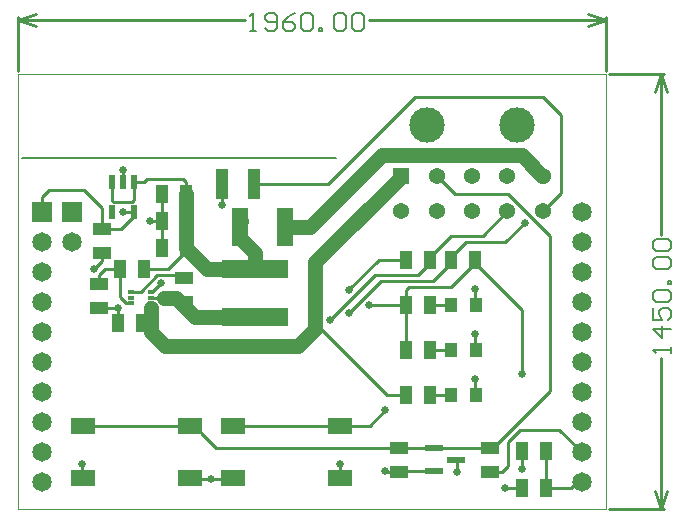
<source format=gtl>
G04*
G04 #@! TF.GenerationSoftware,Altium Limited,Altium Designer,22.1.2 (22)*
G04*
G04 Layer_Physical_Order=1*
G04 Layer_Color=255*
%FSLAX24Y24*%
%MOIN*%
G70*
G04*
G04 #@! TF.SameCoordinates,69551EEB-C68B-4B17-9CB5-8D0B25672B83*
G04*
G04*
G04 #@! TF.FilePolarity,Positive*
G04*
G01*
G75*
%ADD12C,0.0079*%
%ADD14C,0.0100*%
%ADD16C,0.0000*%
%ADD17C,0.0060*%
%ADD34R,0.0194X0.0118*%
%ADD35R,0.0217X0.0472*%
%ADD36R,0.0610X0.0217*%
%ADD37R,0.2205X0.0610*%
%ADD38R,0.0551X0.1299*%
%ADD39R,0.0400X0.0600*%
%ADD40R,0.0600X0.0400*%
%ADD41R,0.0827X0.0551*%
%ADD42R,0.0433X0.0472*%
%ADD43R,0.0433X0.1024*%
%ADD44C,0.0500*%
%ADD45C,0.1181*%
%ADD46C,0.0539*%
%ADD47R,0.0539X0.0539*%
%ADD48C,0.0650*%
%ADD49R,0.0650X0.0650*%
%ADD50C,0.0250*%
D12*
X150Y11700D02*
X10600D01*
D14*
X3613Y6853D02*
X3782D01*
X3400Y7066D02*
Y8000D01*
Y7066D02*
X3613Y6853D01*
X3782Y7247D02*
X4097D01*
X4650Y7800D01*
X4438Y7050D02*
X4860D01*
X4870Y7040D01*
X4476Y7247D02*
X4770Y7541D01*
X4438Y7247D02*
X4476D01*
X3459Y11300D02*
X3500Y11259D01*
X4650Y7800D02*
X5300D01*
X3500Y9900D02*
X3832D01*
X3874Y9942D01*
Y9780D02*
Y9942D01*
X3500Y10892D02*
Y11259D01*
X3459Y11300D02*
X3500D01*
X3185Y10244D02*
X3815D01*
X3874Y10303D02*
Y10892D01*
X3815Y10244D02*
X3874Y10303D01*
X3126D02*
X3185Y10244D01*
X3126Y10303D02*
Y10892D01*
X4300Y11000D02*
X5500D01*
X4192Y10892D02*
X4300Y11000D01*
X3874Y10892D02*
X4192D01*
X5600Y10500D02*
Y10900D01*
X5500Y11000D02*
X5600Y10900D01*
X4400Y9600D02*
X4800D01*
Y8700D02*
Y9600D01*
Y10500D01*
X6450Y1000D02*
X7141D01*
X5759D02*
X6450D01*
X3444Y9350D02*
X3874Y9780D01*
X2800Y9350D02*
X3444D01*
X2800D02*
Y10050D01*
X2200Y10650D02*
X2800Y10050D01*
X1050Y10650D02*
X2200D01*
X2900Y8000D02*
X3400D01*
X2700Y7800D02*
X2900Y8000D01*
X2700Y7500D02*
Y7800D01*
X2550Y8000D02*
X2809Y8259D01*
Y8541D01*
X2800Y8550D02*
X2809Y8541D01*
X5000Y8000D02*
X5600Y8600D01*
X4200Y8000D02*
X5000D01*
X12300Y3800D02*
X12950D01*
X10100Y6000D02*
X12300Y3800D01*
X10100Y6000D02*
Y8424D01*
X10400Y6300D02*
X11900Y7800D01*
X12021Y8300D02*
X12950D01*
X11050Y7329D02*
X12021Y8300D01*
X11050Y7300D02*
Y7329D01*
X11900Y7800D02*
X13350D01*
X11050Y6550D02*
X12100Y7600D01*
X13850D01*
X11700Y6800D02*
X12950D01*
X13350Y7800D02*
X13750Y8200D01*
X13850Y7600D02*
X14450Y8200D01*
X13050Y7400D02*
X14450D01*
X12950Y7300D02*
X13050Y7400D01*
X14450D02*
X15250Y8200D01*
X13750D02*
Y8400D01*
X14450Y9100D02*
X15500D01*
X13750Y8400D02*
X14450Y9100D01*
X15500D02*
X16319Y9919D01*
X14450Y8400D02*
X14950Y8900D01*
X14450Y8200D02*
Y8400D01*
X14950Y8900D02*
X16250D01*
X16900Y9550D01*
X12950Y6800D02*
Y7300D01*
X15400Y8050D02*
X15400D01*
X16800Y4500D02*
Y6650D01*
X15250Y8200D02*
X15400Y8050D01*
X15400D02*
X16800Y6650D01*
X15250Y5313D02*
Y5850D01*
Y3813D02*
Y4350D01*
Y5313D02*
X15263Y5300D01*
X15250Y3813D02*
X15263Y3800D01*
X15250Y6813D02*
Y7350D01*
Y6813D02*
X15263Y6800D01*
X15850Y2050D02*
X17750Y3950D01*
X15750Y2050D02*
Y2200D01*
X17750Y3950D02*
Y9100D01*
X15750Y2050D02*
X15850D01*
X15550Y2150D02*
X15600Y2200D01*
X16750Y2650D02*
X18050D01*
X16350Y1450D02*
Y2250D01*
X16750Y2650D01*
X18050D02*
X18800Y1900D01*
X16800Y1350D02*
Y1950D01*
X17600Y700D02*
Y1950D01*
X15550Y2074D02*
Y2150D01*
X15500Y2024D02*
X15550Y2074D01*
X12726Y2024D02*
X13886D01*
X15500D01*
X15600Y2200D02*
X15741D01*
X15750Y1250D02*
X16150D01*
X16350Y1450D01*
X16250Y700D02*
X16800D01*
X14650Y1250D02*
Y1614D01*
X14614Y1650D02*
X14650Y1614D01*
X10741Y2782D02*
X11729D01*
X7159D02*
X10741D01*
X6105Y2545D02*
X6600Y2050D01*
X12700D01*
X10750Y1027D02*
Y1500D01*
X12257Y1250D02*
X12700D01*
X12726Y1276D01*
X13886D01*
X12700Y2050D02*
X12726Y2024D01*
X12252Y1255D02*
X12257Y1250D01*
X2159Y2782D02*
X5741D01*
Y1018D02*
X5759Y1000D01*
X7141D02*
X7159Y1018D01*
X11729Y2782D02*
X12247Y3300D01*
X5979Y2682D02*
X6105Y2556D01*
Y2545D02*
Y2556D01*
X7882Y10850D02*
X10350D01*
X13250Y13750D02*
X17500D01*
X10350Y10850D02*
X13250Y13750D01*
X6800Y10831D02*
X6819Y10850D01*
X6800Y10150D02*
Y10831D01*
X2700Y6700D02*
X3350D01*
X2550Y6800D02*
X2600Y6750D01*
X3350Y6200D02*
Y6700D01*
X800Y10400D02*
X1050Y10650D01*
X800Y9900D02*
Y10400D01*
X12247Y3300D02*
X12250D01*
X2150Y1027D02*
Y1500D01*
X16350Y10500D02*
X17750Y9100D01*
X14557Y10500D02*
X16350D01*
X13957Y11100D02*
X14557Y10500D01*
X13750Y3800D02*
X14437D01*
X13750Y5300D02*
X14437D01*
X13750Y6800D02*
X14437D01*
X12950Y5300D02*
Y6800D01*
X18451Y700D02*
X18651Y900D01*
X18800D01*
X17600Y700D02*
X18451D01*
X17500Y13750D02*
X18100Y13150D01*
Y10519D02*
Y13150D01*
X17500Y9919D02*
X18100Y10519D01*
X5600Y8600D02*
Y8700D01*
X19600Y14600D02*
Y16400D01*
X0Y14600D02*
Y16400D01*
X11699Y16300D02*
X19600D01*
X0D02*
X7581D01*
X19000Y16500D02*
X19600Y16300D01*
X19000Y16100D02*
X19600Y16300D01*
X0D02*
X600Y16100D01*
X0Y16300D02*
X600Y16500D01*
X19700Y0D02*
X21525D01*
X19700Y14500D02*
X21525D01*
X21425Y0D02*
Y5031D01*
Y9149D02*
Y14500D01*
Y0D02*
X21625Y600D01*
X21225D02*
X21425Y0D01*
X21225Y13900D02*
X21425Y14500D01*
X21625Y13900D01*
D16*
X0Y0D02*
X19600D01*
Y14500D01*
X0D02*
X19600D01*
X0Y0D02*
Y14500D01*
D17*
X7741Y15940D02*
X7941D01*
X7841D01*
Y16540D01*
X7741Y16440D01*
X8240Y16040D02*
X8340Y15940D01*
X8540D01*
X8640Y16040D01*
Y16440D01*
X8540Y16540D01*
X8340D01*
X8240Y16440D01*
Y16340D01*
X8340Y16240D01*
X8640D01*
X9240Y16540D02*
X9040Y16440D01*
X8840Y16240D01*
Y16040D01*
X8940Y15940D01*
X9140D01*
X9240Y16040D01*
Y16140D01*
X9140Y16240D01*
X8840D01*
X9440Y16440D02*
X9540Y16540D01*
X9740D01*
X9840Y16440D01*
Y16040D01*
X9740Y15940D01*
X9540D01*
X9440Y16040D01*
Y16440D01*
X10040Y15940D02*
Y16040D01*
X10140D01*
Y15940D01*
X10040D01*
X10540Y16440D02*
X10640Y16540D01*
X10840D01*
X10940Y16440D01*
Y16040D01*
X10840Y15940D01*
X10640D01*
X10540Y16040D01*
Y16440D01*
X11140D02*
X11239Y16540D01*
X11439D01*
X11539Y16440D01*
Y16040D01*
X11439Y15940D01*
X11239D01*
X11140Y16040D01*
Y16440D01*
X21785Y5191D02*
Y5391D01*
Y5291D01*
X21185D01*
X21285Y5191D01*
X21785Y5990D02*
X21185D01*
X21485Y5690D01*
Y6090D01*
X21185Y6690D02*
Y6290D01*
X21485D01*
X21385Y6490D01*
Y6590D01*
X21485Y6690D01*
X21685D01*
X21785Y6590D01*
Y6390D01*
X21685Y6290D01*
X21285Y6890D02*
X21185Y6990D01*
Y7190D01*
X21285Y7290D01*
X21685D01*
X21785Y7190D01*
Y6990D01*
X21685Y6890D01*
X21285D01*
X21785Y7490D02*
X21685D01*
Y7590D01*
X21785D01*
Y7490D01*
X21285Y7990D02*
X21185Y8090D01*
Y8290D01*
X21285Y8390D01*
X21685D01*
X21785Y8290D01*
Y8090D01*
X21685Y7990D01*
X21285D01*
Y8590D02*
X21185Y8689D01*
Y8889D01*
X21285Y8989D01*
X21685D01*
X21785Y8889D01*
Y8689D01*
X21685Y8590D01*
X21285D01*
D34*
X4438Y7050D02*
D03*
X3782Y6853D02*
D03*
Y7050D02*
D03*
Y7247D02*
D03*
X4438D02*
D03*
Y6853D02*
D03*
D35*
X3874Y9908D02*
D03*
X3126D02*
D03*
Y10892D02*
D03*
X3500D02*
D03*
X3874D02*
D03*
D36*
X13886Y2024D02*
D03*
Y1276D02*
D03*
X14614Y1650D02*
D03*
D37*
X7900Y7997D02*
D03*
Y6403D02*
D03*
D38*
X8898Y9400D02*
D03*
X7402D02*
D03*
D39*
X15250Y8300D02*
D03*
X14450D02*
D03*
X12950D02*
D03*
X13750D02*
D03*
X4150Y6200D02*
D03*
X3350D02*
D03*
X12950Y6800D02*
D03*
X13750D02*
D03*
X12950Y3800D02*
D03*
X13750D02*
D03*
X12950Y5300D02*
D03*
X13750D02*
D03*
X16800Y1950D02*
D03*
X17600D02*
D03*
X16800Y700D02*
D03*
X17600D02*
D03*
X3400Y8000D02*
D03*
X4200D02*
D03*
X4800Y10500D02*
D03*
X5600D02*
D03*
X4800Y8700D02*
D03*
X5600D02*
D03*
X4800Y9600D02*
D03*
X5600D02*
D03*
D40*
X12700Y1250D02*
D03*
Y2050D02*
D03*
X2700Y7500D02*
D03*
Y6700D02*
D03*
X2800Y9350D02*
D03*
Y8550D02*
D03*
X15750Y1250D02*
D03*
Y2050D02*
D03*
X5550Y7700D02*
D03*
Y6900D02*
D03*
D41*
X10741Y2782D02*
D03*
Y1018D02*
D03*
X7159D02*
D03*
Y2782D02*
D03*
X5741D02*
D03*
Y1018D02*
D03*
X2159D02*
D03*
Y2782D02*
D03*
D42*
X15263Y3800D02*
D03*
X14437D02*
D03*
X15263Y6800D02*
D03*
X14437D02*
D03*
X15263Y5300D02*
D03*
X14437D02*
D03*
D43*
X7882Y10850D02*
D03*
X6819D02*
D03*
D44*
X4440Y5910D02*
Y6690D01*
X5260Y7040D02*
X5897Y6403D01*
X4870Y7040D02*
X5260D01*
X4900Y5450D02*
X9350D01*
X4440Y5910D02*
X4900Y5450D01*
X5897Y6403D02*
X7900D01*
X5600Y8700D02*
X6303Y7997D01*
X7900D01*
Y8528D01*
X7402Y9026D02*
Y9400D01*
Y9626D02*
X7428Y9600D01*
X7402Y9026D02*
X7900Y8528D01*
X9350Y5450D02*
X9900Y6000D01*
Y8224D02*
X10100Y8424D01*
X12756Y11080D01*
X12150Y11800D02*
X16789Y11800D01*
X8898Y9400D02*
X9750D01*
X12150Y11800D01*
X9900Y6000D02*
Y8224D01*
X16789Y11800D02*
X17482Y11108D01*
X17492D01*
X17500Y11100D01*
X5600Y9600D02*
Y10500D01*
Y8700D02*
Y9600D01*
D45*
X16650Y12801D02*
D03*
X13626D02*
D03*
D46*
X17500Y9919D02*
D03*
X16319D02*
D03*
X15138D02*
D03*
X13957D02*
D03*
X12776D02*
D03*
X17500Y11100D02*
D03*
X16319D02*
D03*
X15138D02*
D03*
X13957D02*
D03*
D47*
X12776D02*
D03*
D48*
X1800Y8900D02*
D03*
X18800Y900D02*
D03*
Y1900D02*
D03*
Y4900D02*
D03*
Y3900D02*
D03*
Y2900D02*
D03*
Y9900D02*
D03*
Y6900D02*
D03*
Y8900D02*
D03*
Y7900D02*
D03*
Y5900D02*
D03*
X800D02*
D03*
Y2900D02*
D03*
Y3900D02*
D03*
Y4900D02*
D03*
Y1900D02*
D03*
Y900D02*
D03*
Y7900D02*
D03*
Y8900D02*
D03*
Y6900D02*
D03*
D49*
Y9900D02*
D03*
X1800D02*
D03*
D50*
X4770Y7541D02*
D03*
X3500Y9900D02*
D03*
Y11300D02*
D03*
X4400Y9600D02*
D03*
X2550Y8000D02*
D03*
X10400Y6300D02*
D03*
X11050Y7300D02*
D03*
Y6550D02*
D03*
X11700Y6800D02*
D03*
X15250Y5850D02*
D03*
Y4350D02*
D03*
X16800Y4500D02*
D03*
X15250Y7350D02*
D03*
X16900Y9550D02*
D03*
X16250Y700D02*
D03*
X14650Y1250D02*
D03*
X10750Y1500D02*
D03*
X12252Y1255D02*
D03*
X6450Y1000D02*
D03*
X6800Y10150D02*
D03*
X3350Y6700D02*
D03*
X12250Y3300D02*
D03*
X2150Y1500D02*
D03*
X16800Y1350D02*
D03*
M02*

</source>
